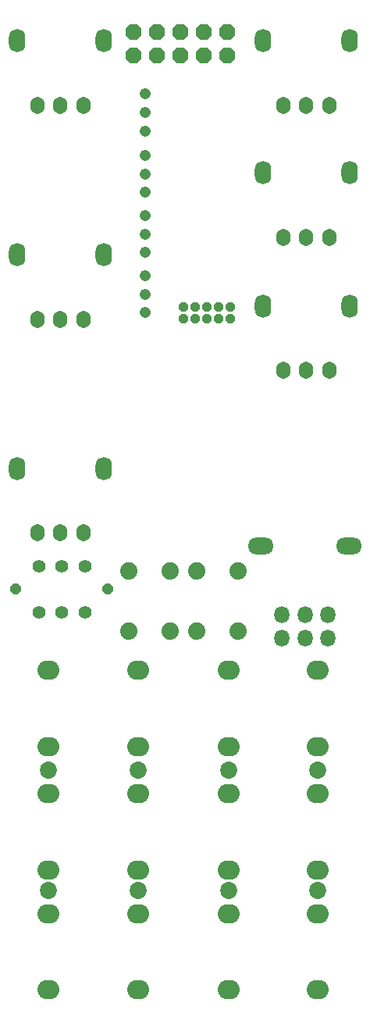
<source format=gbs>
G04 DipTrace 3.2.0.1*
G04 microburst_fixed_heatsink.GBS*
%MOIN*%
G04 #@! TF.FileFunction,Soldermask,Bot*
G04 #@! TF.Part,Single*
%AMOUTLINE15*
4,1,8,
-0.020325,0.008419,
-0.008419,0.020325,
0.008419,0.020325,
0.020325,0.008419,
0.020325,-0.008419,
0.008419,-0.020325,
-0.008419,-0.020325,
-0.020325,-0.008419,
-0.020325,0.008419,
0*%
%AMOUTLINE16*
4,1,8,
0.034184,-0.014159,
0.014159,-0.034184,
-0.014159,-0.034184,
-0.034184,-0.014159,
-0.034184,0.014159,
-0.014159,0.034184,
0.014159,0.034184,
0.034184,0.014159,
0.034184,-0.014159,
0*%
%AMOUTLINE19*
4,1,8,
-0.02197,-0.0091,
-0.0091,-0.02197,
0.0091,-0.02197,
0.02197,-0.0091,
0.02197,0.0091,
0.0091,0.02197,
-0.0091,0.02197,
-0.02197,0.0091,
-0.02197,-0.0091,
0*%
%ADD40C,0.047559*%
%ADD43O,0.06X0.074*%
%ADD44O,0.07X0.1*%
%ADD45C,0.055433*%
%ADD46C,0.074*%
%ADD61O,0.110362X0.070992*%
%ADD63O,0.063512X0.073*%
%ADD79C,0.073*%
%ADD81O,0.093X0.083*%
%ADD121OUTLINE15*%
%ADD122OUTLINE16*%
%ADD125OUTLINE19*%
%FSLAX26Y26*%
G04*
G70*
G90*
G75*
G01*
G04 BotMask*
%LPD*%
D81*
X592360Y1487979D3*
Y1812979D3*
D79*
Y1387979D3*
D81*
X973609Y1487979D3*
Y1812979D3*
D79*
Y1387979D3*
D81*
X973610Y1286978D3*
Y961978D3*
D79*
Y1386978D3*
D81*
X592360Y1286978D3*
Y961978D3*
D79*
Y1386978D3*
D81*
X1742360Y1487979D3*
Y1812979D3*
D79*
Y1387979D3*
D81*
X1361109Y1487979D3*
Y1812979D3*
D79*
Y1387979D3*
D81*
X1742360Y774478D3*
Y449478D3*
D79*
Y874478D3*
D81*
X1361109Y774478D3*
Y449478D3*
D79*
Y874478D3*
D81*
Y1286978D3*
Y961978D3*
D79*
Y1386978D3*
D81*
X1742360Y1286978D3*
Y961978D3*
D79*
Y1386978D3*
D81*
X973610Y774479D3*
Y449479D3*
D79*
Y874479D3*
D81*
X592360Y774479D3*
Y449479D3*
D79*
Y874479D3*
D121*
X1367360Y3362480D3*
Y3312480D3*
X1317360Y3362480D3*
Y3312480D3*
X1267360Y3362480D3*
Y3312480D3*
X1217360Y3362480D3*
Y3312480D3*
X1167360Y3362480D3*
Y3312480D3*
D122*
X954860Y4437478D3*
Y4537478D3*
X1054860Y4437478D3*
Y4537478D3*
X1154860Y4437478D3*
Y4537478D3*
X1254860Y4437478D3*
Y4537478D3*
X1354860Y4437478D3*
Y4537478D3*
D40*
X1004860Y3340003D3*
Y3418743D3*
Y3497483D3*
Y3596252D3*
Y3674992D3*
Y3753732D3*
Y3852503D3*
Y3931243D3*
Y4009983D3*
Y4115003D3*
Y4193743D3*
Y4272483D3*
D43*
X543934Y2399387D3*
X642360D3*
X740785D3*
D44*
X457320Y2674978D3*
X827399D3*
D43*
X543934Y3311388D3*
X642360D3*
X740785D3*
D44*
X457320Y3586979D3*
X827399D3*
D43*
X543934Y4224387D3*
X642360D3*
X740785D3*
D44*
X457320Y4499978D3*
X827399D3*
D43*
X1593934Y3093138D3*
X1692360D3*
X1790785D3*
D44*
X1507320Y3368728D3*
X1877399D3*
D43*
X1593934Y3661888D3*
X1692360D3*
X1790785D3*
D44*
X1507320Y3937479D3*
X1877399D3*
D43*
X1593934Y4224387D3*
X1692360D3*
X1790785D3*
D44*
X1507320Y4499978D3*
X1877399D3*
D125*
X451759Y2159378D3*
X845459D3*
D45*
X550184Y2257803D3*
X648609D3*
X747034D3*
X550184Y2060953D3*
X648609D3*
X747034D3*
D46*
X933360Y2237479D3*
Y1981479D3*
X1111360Y2237479D3*
Y1981479D3*
X1223609Y2237479D3*
Y1981479D3*
X1401609Y2237479D3*
Y1981479D3*
D63*
X1784352Y2049979D3*
X1686360Y2049703D3*
X1588360Y2049979D3*
D61*
X1499352Y2344979D3*
X1873367D3*
D63*
X1784352Y1949979D3*
X1686360Y1949703D3*
X1588367Y1949979D3*
M02*

</source>
